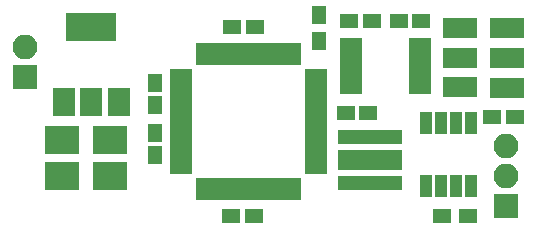
<source format=gbs>
G04 #@! TF.GenerationSoftware,KiCad,Pcbnew,no-vcs-found-44b118f~58~ubuntu16.04.1*
G04 #@! TF.CreationDate,2017-06-12T14:28:04+03:00*
G04 #@! TF.ProjectId,ws281x_led_strip_controller,7773323831785F6C65645F7374726970,rev?*
G04 #@! TF.FileFunction,Soldermask,Bot*
G04 #@! TF.FilePolarity,Negative*
%FSLAX46Y46*%
G04 Gerber Fmt 4.6, Leading zero omitted, Abs format (unit mm)*
G04 Created by KiCad (PCBNEW no-vcs-found-44b118f~58~ubuntu16.04.1) date Mon Jun 12 14:28:04 2017*
%MOMM*%
%LPD*%
G01*
G04 APERTURE LIST*
%ADD10C,0.100000*%
%ADD11R,5.500000X1.200000*%
%ADD12R,5.500000X1.700000*%
%ADD13R,1.600000X1.150000*%
%ADD14R,1.150000X1.600000*%
%ADD15R,2.900000X1.670000*%
%ADD16R,1.300000X1.600000*%
%ADD17R,1.850000X0.850000*%
%ADD18R,2.900000X2.350000*%
%ADD19R,1.000000X1.950000*%
%ADD20R,1.900000X2.400000*%
%ADD21R,4.200000X2.400000*%
%ADD22R,1.600000X1.300000*%
%ADD23O,2.100000X2.100000*%
%ADD24R,2.100000X2.100000*%
%ADD25R,0.950000X1.900000*%
%ADD26R,1.900000X0.950000*%
G04 APERTURE END LIST*
D10*
D11*
X104700000Y-88950000D03*
D12*
X104700000Y-87000000D03*
D11*
X104700000Y-85050000D03*
D13*
X102950000Y-75200000D03*
X104850000Y-75200000D03*
X94950000Y-75700000D03*
X93050000Y-75700000D03*
X92950000Y-91700000D03*
X94850000Y-91700000D03*
D14*
X86500000Y-86550000D03*
X86500000Y-84650000D03*
X86500000Y-82350000D03*
X86500000Y-80450000D03*
D13*
X109050000Y-75200000D03*
X107150000Y-75200000D03*
D15*
X112300000Y-80800000D03*
X112300000Y-78300000D03*
X112300000Y-75760000D03*
X116300000Y-75760000D03*
X116300000Y-78300000D03*
X116300000Y-80840000D03*
D16*
X100400000Y-76900000D03*
X100400000Y-74700000D03*
D17*
X103050000Y-77050000D03*
X103050000Y-77700000D03*
X103050000Y-78350000D03*
X103050000Y-79000000D03*
X103050000Y-79650000D03*
X103050000Y-80300000D03*
X103050000Y-80950000D03*
X108950000Y-80950000D03*
X108950000Y-80300000D03*
X108950000Y-79650000D03*
X108950000Y-79000000D03*
X108950000Y-78350000D03*
X108950000Y-77700000D03*
X108950000Y-77050000D03*
D18*
X78600000Y-85275000D03*
X78600000Y-88325000D03*
X82700000Y-88325000D03*
X82700000Y-85275000D03*
D19*
X113210000Y-83800000D03*
X111940000Y-83800000D03*
X110670000Y-83800000D03*
X109400000Y-83800000D03*
X109400000Y-89200000D03*
X110670000Y-89200000D03*
X111940000Y-89200000D03*
X113210000Y-89200000D03*
D20*
X83400000Y-82050000D03*
X78800000Y-82050000D03*
X81100000Y-82050000D03*
D21*
X81100000Y-75750000D03*
D13*
X116950000Y-83300000D03*
X115050000Y-83300000D03*
D22*
X110800000Y-91700000D03*
X113000000Y-91700000D03*
D23*
X75500000Y-77400000D03*
D24*
X75500000Y-79940000D03*
D23*
X116200000Y-85760000D03*
X116200000Y-88300000D03*
D24*
X116200000Y-90840000D03*
D13*
X102650000Y-83000000D03*
X104550000Y-83000000D03*
D25*
X98400000Y-78000000D03*
X97600000Y-78000000D03*
X96800000Y-78000000D03*
X96000000Y-78000000D03*
X95200000Y-78000000D03*
X94400000Y-78000000D03*
X93600000Y-78000000D03*
X92800000Y-78000000D03*
X92000000Y-78000000D03*
X91200000Y-78000000D03*
X90400000Y-78000000D03*
D26*
X88700000Y-79700000D03*
X88700000Y-80500000D03*
X88700000Y-81300000D03*
X88700000Y-82100000D03*
X88700000Y-82900000D03*
X88700000Y-83700000D03*
X88700000Y-84500000D03*
X88700000Y-85300000D03*
X88700000Y-86100000D03*
X88700000Y-86900000D03*
X88700000Y-87700000D03*
D25*
X90400000Y-89400000D03*
X91200000Y-89400000D03*
X92000000Y-89400000D03*
X92800000Y-89400000D03*
X93600000Y-89400000D03*
X94400000Y-89400000D03*
X95200000Y-89400000D03*
X96000000Y-89400000D03*
X96800000Y-89400000D03*
X97600000Y-89400000D03*
X98400000Y-89400000D03*
D26*
X100100000Y-87700000D03*
X100100000Y-86900000D03*
X100100000Y-86100000D03*
X100100000Y-85300000D03*
X100100000Y-84500000D03*
X100100000Y-83700000D03*
X100100000Y-82900000D03*
X100100000Y-82100000D03*
X100100000Y-81300000D03*
X100100000Y-80500000D03*
X100100000Y-79700000D03*
M02*

</source>
